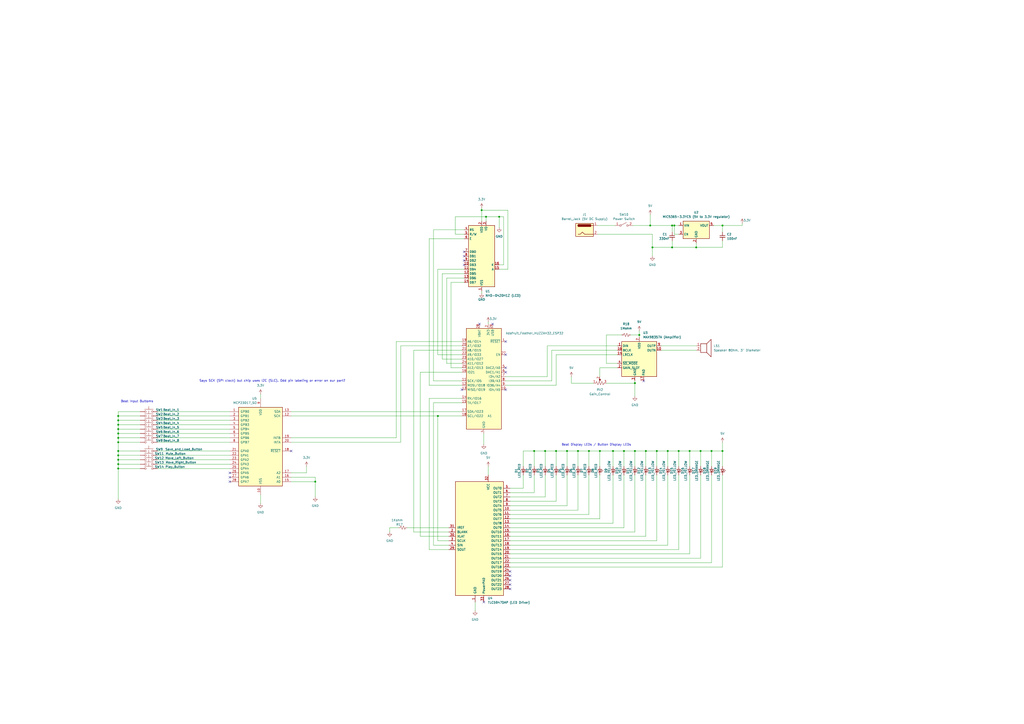
<source format=kicad_sch>
(kicad_sch (version 20250114) (generator "eeschema") (generator_version "9.0")
  (paper "A2")
  (title_block (title "CARL") (date "2025-11-5") (rev "2.5"))
  (lib_symbols
    (symbol "Audio:MAX98357A"
      (property "Reference" "U" (at -8.89 11.43 0))
      (property "Value" "MAX98357A" (at 10.16 11.43 0))
      (symbol "MAX98357A_1_1"
        (pin input line (at -12.7 7.62 0) (length 2.54) (name "DIN") (number "1"))
        (pin input line (at -12.7 5.08 0) (length 2.54) (name "BCLK") (number "16"))
        (pin input line (at -12.7 2.54 0) (length 2.54) (name "LRCLK") (number "14"))
        (pin input line (at -12.7 -2.54 0) (length 2.54) (name "~{SD_MODE}") (number "4"))
        (pin passive line (at -12.7 -5.08 0) (length 2.54) (name "GAIN_SLOT") (number "2"))
        (pin passive line (at -2.54 -12.7 90) (length 2.54) (hide yes) (name "GND") (number "11"))
        (pin passive line (at -2.54 -12.7 90) (length 2.54) (hide yes) (name "GND") (number "15"))
        (pin power_in line (at -2.54 -12.7 90) (length 2.54) (name "GND") (number "3"))
        (pin power_in line (at 0 12.7 270) (length 2.54) (name "VDD") (number "7"))
        (pin passive line (at 0 12.7 270) (length 2.54) (hide yes) (name "VDD") (number "8"))
        (pin unspecified line (at 2.54 -12.7 90) (length 2.54) (name "PAD") (number "17"))
        (pin no_connect line (at 10.16 2.54 180) (length 2.54) (hide yes) (name "NC") (number "5"))
        (pin no_connect line (at 10.16 0 180) (length 2.54) (hide yes) (name "NC") (number "6"))
        (pin no_connect line (at 10.16 -5.08 180) (length 2.54) (hide yes) (name "NC") (number "12"))
        (pin no_connect line (at 10.16 -7.62 180) (length 2.54) (hide yes) (name "NC") (number "13"))
        (pin output line (at 12.7 7.62 180) (length 2.54) (name "OUTP") (number "9"))
        (pin output line (at 12.7 5.08 180) (length 2.54) (name "OUTN") (number "10"))
      )
    )
    (symbol "Connector:Barrel_Jack" (pin_names (offset 1.016))
      (property "Reference" "J" (at 0 5.334 0))
      (property "Value" "Barrel_Jack" (at 0 -5.08 0))
      (symbol "Barrel_Jack_1_1"
        (pin passive line (at 7.62 2.54 180) (length 2.54) (name "~") (number "1"))
        (pin passive line (at 7.62 -2.54 180) (length 2.54) (name "~") (number "2"))
      )
    )
    (symbol "Device:C_Small" (pin_numbers (hide yes)) (pin_names (offset 0.254) (hide yes))
      (property "Reference" "C" (at 0.254 1.778 0))
      (property "Value" "C_Small" (at 0.254 -2.032 0))
      (symbol "C_Small_1_1"
        (pin passive line (at 0 2.54 270) (length 2.032) (name "~") (number "1"))
        (pin passive line (at 0 -2.54 90) (length 2.032) (name "~") (number "2"))
      )
    )
    (symbol "Device:LED_Small" (pin_numbers (hide yes)) (pin_names (offset 0.254) (hide yes))
      (property "Reference" "D" (at -1.27 3.175 0))
      (property "Value" "LED_Small" (at -4.445 -2.54 0))
      (symbol "LED_Small_1_1"
        (pin passive line (at -2.54 0 0) (length 1.778) (name "K") (number "1"))
        (pin passive line (at 2.54 0 180) (length 1.778) (name "A") (number "2"))
      )
    )
    (symbol "Device:R_Potentiometer_US" (pin_names (offset 1.016) (hide yes))
      (property "Reference" "RV" (at -4.445 0 90))
      (property "Value" "R_Potentiometer_US" (at -2.54 0 90))
      (symbol "R_Potentiometer_US_1_1"
        (pin passive line (at 0 3.81 270) (length 1.27) (name "1") (number "1"))
        (pin passive line (at 0 -3.81 90) (length 1.27) (name "3") (number "3"))
        (pin passive line (at 3.81 0 180) (length 1.27) (name "2") (number "2"))
      )
    )
    (symbol "Device:R_Small_US" (pin_numbers (hide yes)) (pin_names (offset 0.254) (hide yes))
      (property "Reference" "R" (at 0.762 0.508 0))
      (property "Value" "R_Small_US" (at 0.762 -1.016 0))
      (symbol "R_Small_US_1_1"
        (pin passive line (at 0 2.54 270) (length 1.016) (name "~") (number "1"))
        (pin passive line (at 0 -2.54 90) (length 1.016) (name "~") (number "2"))
      )
    )
    (symbol "Device:Speaker" (pin_names (offset 0) (hide yes))
      (property "Reference" "LS" (at 1.27 5.715 0))
      (property "Value" "Speaker" (at 1.27 3.81 0))
      (symbol "Speaker_1_1"
        (pin input line (at -5.08 0 0) (length 2.54) (name "1") (number "1"))
        (pin input line (at -5.08 -2.54 0) (length 2.54) (name "2") (number "2"))
      )
    )
    (symbol "Display_Character:NHD-0420H1Z"
      (property "Reference" "U" (at -6.35 19.05 0))
      (property "Value" "NHD-0420H1Z" (at 5.08 19.05 0))
      (symbol "NHD-0420H1Z_1_1"
        (pin input line (at -10.16 15.24 0) (length 2.54) (name "RS") (number "4"))
        (pin input line (at -10.16 12.7 0) (length 2.54) (name "R/W") (number "5"))
        (pin input line (at -10.16 10.16 0) (length 2.54) (name "E") (number "6"))
        (pin bidirectional line (at -10.16 2.54 0) (length 2.54) (name "DB0") (number "7"))
        (pin bidirectional line (at -10.16 0 0) (length 2.54) (name "DB1") (number "8"))
        (pin bidirectional line (at -10.16 -2.54 0) (length 2.54) (name "DB2") (number "9"))
        (pin bidirectional line (at -10.16 -5.08 0) (length 2.54) (name "DB3") (number "10"))
        (pin bidirectional line (at -10.16 -7.62 0) (length 2.54) (name "DB4") (number "11"))
        (pin bidirectional line (at -10.16 -10.16 0) (length 2.54) (name "DB5") (number "12"))
        (pin bidirectional line (at -10.16 -12.7 0) (length 2.54) (name "DB6") (number "13"))
        (pin bidirectional line (at -10.16 -15.24 0) (length 2.54) (name "DB7") (number "14"))
        (pin power_in line (at 0 20.32 270) (length 2.54) (name "VDD") (number "2"))
        (pin power_in line (at 0 -20.32 90) (length 2.54) (name "VSS") (number "1"))
        (pin power_in line (at 2.54 20.32 270) (length 2.54) (name "VO") (number "3"))
        (pin passive line (at 10.16 -5.08 180) (length 2.54) (name "K") (number "16"))
        (pin passive line (at 10.16 -7.62 180) (length 2.54) (name "A") (number "15"))
      )
    )
    (symbol "Driver_LED:TLC5947DAP" (pin_names (offset 1.016))
      (property "Reference" "U" (at -13.97 38.1 0))
      (property "Value" "TLC5947DAP" (at -13.97 35.56 0))
      (symbol "TLC5947DAP_0_1"
        (pin input line (at -17.78 7.62 0) (length 3.81) (name "IREF") (number "31"))
        (pin input line (at -17.78 5.08 0) (length 3.81) (name "BLANK") (number "2"))
        (pin input line (at -17.78 2.54 0) (length 3.81) (name "XLAT") (number "30"))
        (pin input line (at -17.78 0 0) (length 3.81) (name "SCLK") (number "3"))
        (pin input line (at -17.78 -2.54 0) (length 3.81) (name "SIN") (number "4"))
        (pin output line (at -17.78 -5.08 0) (length 3.81) (name "SOUT") (number "29"))
        (pin power_in line (at -2.54 -35.56 90) (length 3.81) (name "GND") (number "1"))
        (pin power_in line (at 2.54 -35.56 90) (length 3.81) (name "PowerPAD") (number "33"))
        (pin power_in line (at 5.08 38.1 270) (length 3.81) (name "VCC") (number "32"))
        (pin output line (at 17.78 30.48 180) (length 3.81) (name "OUT0") (number "5"))
        (pin output line (at 17.78 27.94 180) (length 3.81) (name "OUT1") (number "6"))
        (pin output line (at 17.78 25.4 180) (length 3.81) (name "OUT2") (number "7"))
        (pin output line (at 17.78 22.86 180) (length 3.81) (name "OUT3") (number "8"))
        (pin output line (at 17.78 20.32 180) (length 3.81) (name "OUT4") (number "9"))
        (pin output line (at 17.78 17.78 180) (length 3.81) (name "OUT5") (number "10"))
        (pin output line (at 17.78 15.24 180) (length 3.81) (name "OUT6") (number "11"))
        (pin output line (at 17.78 12.7 180) (length 3.81) (name "OUT7") (number "12"))
        (pin output line (at 17.78 10.16 180) (length 3.81) (name "OUT8") (number "13"))
        (pin output line (at 17.78 7.62 180) (length 3.81) (name "OUT9") (number "14"))
        (pin output line (at 17.78 5.08 180) (length 3.81) (name "OUT10") (number "15"))
        (pin output line (at 17.78 2.54 180) (length 3.81) (name "OUT11") (number "16"))
        (pin output line (at 17.78 0 180) (length 3.81) (name "OUT12") (number "17"))
        (pin output line (at 17.78 -2.54 180) (length 3.81) (name "OUT13") (number "18"))
        (pin output line (at 17.78 -5.08 180) (length 3.81) (name "OUT14") (number "19"))
        (pin output line (at 17.78 -7.62 180) (length 3.81) (name "OUT15") (number "20"))
        (pin output line (at 17.78 -10.16 180) (length 3.81) (name "OUT16") (number "21"))
        (pin output line (at 17.78 -12.7 180) (length 3.81) (name "OUT17") (number "22"))
        (pin output line (at 17.78 -15.24 180) (length 3.81) (name "OUT18") (number "23"))
        (pin output line (at 17.78 -17.78 180) (length 3.81) (name "OUT19") (number "24"))
        (pin output line (at 17.78 -20.32 180) (length 3.81) (name "OUT20") (number "25"))
        (pin output line (at 17.78 -22.86 180) (length 3.81) (name "OUT21") (number "26"))
        (pin output line (at 17.78 -25.4 180) (length 3.81) (name "OUT22") (number "27"))
        (pin output line (at 17.78 -27.94 180) (length 3.81) (name "OUT23") (number "28"))
      )
    )
    (symbol "Interface_Expansion:MCP23017_SO" (pin_names (offset 1.016))
      (property "Reference" "U" (at -11.43 24.13 0))
      (property "Value" "MCP23017_SO" (at 0 0 0))
      (symbol "MCP23017_SO_1_1"
        (pin bidirectional line (at -17.78 20.32 0) (length 5.08) (name "SDA") (number "13"))
        (pin input line (at -17.78 17.78 0) (length 5.08) (name "SCK") (number "12"))
        (pin tri_state line (at -17.78 5.08 0) (length 5.08) (name "INTB") (number "19"))
        (pin tri_state line (at -17.78 2.54 0) (length 5.08) (name "INTA") (number "20"))
        (pin input line (at -17.78 -2.54 0) (length 5.08) (name "~{RESET}") (number "18"))
        (pin input line (at -17.78 -15.24 0) (length 5.08) (name "A2") (number "17"))
        (pin input line (at -17.78 -17.78 0) (length 5.08) (name "A1") (number "16"))
        (pin input line (at -17.78 -20.32 0) (length 5.08) (name "A0") (number "15"))
        (pin no_connect line (at -12.7 15.24 0) (length 5.08) (hide yes) (name "NC") (number "11"))
        (pin no_connect line (at -12.7 12.7 0) (length 5.08) (hide yes) (name "NC") (number "14"))
        (pin power_in line (at 0 27.94 270) (length 5.08) (name "VDD") (number "9"))
        (pin power_in line (at 0 -27.94 90) (length 5.08) (name "VSS") (number "10"))
        (pin bidirectional line (at 17.78 20.32 180) (length 5.08) (name "GPB0") (number "1"))
        (pin bidirectional line (at 17.78 17.78 180) (length 5.08) (name "GPB1") (number "2"))
        (pin bidirectional line (at 17.78 15.24 180) (length 5.08) (name "GPB2") (number "3"))
        (pin bidirectional line (at 17.78 12.7 180) (length 5.08) (name "GPB3") (number "4"))
        (pin bidirectional line (at 17.78 10.16 180) (length 5.08) (name "GPB4") (number "5"))
        (pin bidirectional line (at 17.78 7.62 180) (length 5.08) (name "GPB5") (number "6"))
        (pin bidirectional line (at 17.78 5.08 180) (length 5.08) (name "GPB6") (number "7"))
        (pin output line (at 17.78 2.54 180) (length 5.08) (name "GPB7") (number "8"))
        (pin bidirectional line (at 17.78 -2.54 180) (length 5.08) (name "GPA0") (number "21"))
        (pin bidirectional line (at 17.78 -5.08 180) (length 5.08) (name "GPA1") (number "22"))
        (pin bidirectional line (at 17.78 -7.62 180) (length 5.08) (name "GPA2") (number "23"))
        (pin bidirectional line (at 17.78 -10.16 180) (length 5.08) (name "GPA3") (number "24"))
        (pin bidirectional line (at 17.78 -12.7 180) (length 5.08) (name "GPA4") (number "25"))
        (pin bidirectional line (at 17.78 -15.24 180) (length 5.08) (name "GPA5") (number "26"))
        (pin bidirectional line (at 17.78 -17.78 180) (length 5.08) (name "GPA6") (number "27"))
        (pin output line (at 17.78 -20.32 180) (length 5.08) (name "GPA7") (number "28"))
      )
    )
    (symbol "MCU_Module:Adafruit_Feather_HUZZAH32_ESP32"
      (property "Reference" "A" (at -10.16 29.21 0))
      (property "Value" "Adafruit_Feather_HUZZAH32_ESP32" (at 2.54 -31.75 0))
      (symbol "Adafruit_Feather_HUZZAH32_ESP32_1_1"
        (pin bidirectional line (at -12.7 20.32 0) (length 2.54) (name "A6/IO14") (number "19"))
        (pin bidirectional line (at -12.7 17.78 0) (length 2.54) (name "A7/IO32") (number "20"))
        (pin bidirectional line (at -12.7 15.24 0) (length 2.54) (name "A8/IO15") (number "21"))
        (pin bidirectional line (at -12.7 12.7 0) (length 2.54) (name "A9/IO33") (number "22"))
        (pin bidirectional line (at -12.7 10.16 0) (length 2.54) (name "A10/IO27") (number "23"))
        (pin bidirectional line (at -12.7 7.62 0) (length 2.54) (name "A11/IO12") (number "24"))
        (pin bidirectional line (at -12.7 5.08 0) (length 2.54) (name "A12/IO13") (number "25"))
        (pin bidirectional line (at -12.7 2.54 0) (length 2.54) (name "IO21") (number "16"))
        (pin bidirectional line (at -12.7 -2.54 0) (length 2.54) (name "SCK/IO5") (number "11"))
        (pin bidirectional line (at -12.7 -5.08 0) (length 2.54) (name "MOSI/IO18") (number "12"))
        (pin bidirectional line (at -12.7 -7.62 0) (length 2.54) (name "MISO/IO19") (number "13"))
        (pin bidirectional line (at -12.7 -12.7 0) (length 2.54) (name "RX/IO16") (number "14"))
        (pin bidirectional line (at -12.7 -15.24 0) (length 2.54) (name "TX/IO17") (number "15"))
        (pin bidirectional line (at -12.7 -20.32 0) (length 2.54) (name "SDA/IO23") (number "17"))
        (pin bidirectional line (at -12.7 -22.86 0) (length 2.54) (name "SCL/IO22") (number "18"))
        (pin power_in line (at -2.54 30.48 270) (length 2.54) (name "VBAT") (number "28"))
        (pin power_in line (at 0 -33.02 90) (length 2.54) (name "GND") (number "4"))
        (pin power_in line (at 2.54 30.48 270) (length 2.54) (name "3V3") (number "2"))
        (pin power_in line (at 5.08 30.48 270) (length 2.54) (name "USB") (number "26"))
        (pin no_connect line (at 10.16 10.16 180) (length 2.54) (hide yes) (name "NC") (number "3"))
        (pin input line (at 12.7 20.32 180) (length 2.54) (name "~{RESET}") (number "1"))
        (pin input line (at 12.7 12.7 180) (length 2.54) (name "EN") (number "27"))
        (pin bidirectional line (at 12.7 5.08 180) (length 2.54) (name "DAC2/A0") (number "5"))
        (pin bidirectional line (at 12.7 2.54 180) (length 2.54) (name "DAC1/A1") (number "6"))
        (pin bidirectional line (at 12.7 0 180) (length 2.54) (name "I34/A2") (number "7"))
        (pin bidirectional line (at 12.7 -2.54 180) (length 2.54) (name "I39/A3") (number "8"))
        (pin bidirectional line (at 12.7 -5.08 180) (length 2.54) (name "IO36/A4") (number "9"))
        (pin bidirectional line (at 12.7 -7.62 180) (length 2.54) (name "IO4/A5") (number "10"))
      )
    )
    (symbol "Regulator_Linear:MIC5365-3.3YC5"
      (property "Reference" "U" (at -6.35 6.35 0))
      (property "Value" "MIC5365-3.3YC5" (at 0 6.35 0))
      (symbol "MIC5365-3.3YC5_1_1"
        (pin power_in line (at -10.16 2.54 0) (length 2.54) (name "VIN") (number "1"))
        (pin input line (at -10.16 -2.54 0) (length 2.54) (name "EN") (number "3"))
        (pin power_in line (at 0 -7.62 90) (length 2.54) (name "GND") (number "2"))
        (pin no_connect line (at 7.62 -2.54 180) (length 2.54) (hide yes) (name "NC") (number "4"))
        (pin power_out line (at 10.16 2.54 180) (length 2.54) (name "VOUT") (number "5"))
      )
    )
    (symbol "Switch:SW_Push" (pin_numbers (hide yes)) (pin_names (offset 1.016) (hide yes))
      (property "Reference" "SW" (at 1.27 2.54 0))
      (property "Value" "SW_Push" (at 0 -1.524 0))
      (symbol "SW_Push_0_1"
        (pin passive line (at -5.08 0 0) (length 2.54) (name "1") (number "1"))
        (pin passive line (at 5.08 0 180) (length 2.54) (name "2") (number "2"))
      )
    )
    (symbol "Switch:SW_SPST" (pin_names (offset 0) (hide yes))
      (property "Reference" "SW" (at 0 3.175 0))
      (property "Value" "SW_SPST" (at 0 -2.54 0))
      (symbol "SW_SPST_1_1"
        (pin passive line (at -5.08 0 0) (length 2.54) (name "A") (number "1"))
        (pin passive line (at 5.08 0 180) (length 2.54) (name "B") (number "2"))
      )
    )
    (symbol "power:GND" (power) (pin_numbers (hide yes)) (pin_names (offset 0) (hide yes))
      (property "Value" "GND" (at 0 -3.81 0))
      (symbol "GND_1_1"
        (pin power_in line (at 0 0 270) (length 0) (name "~") (number "1"))
      )
    )
    (symbol "power:VCC" (power) (pin_numbers (hide yes)) (pin_names (offset 0) (hide yes))
      (property "Value" "VCC" (at 0 3.556 0))
      (symbol "VCC_1_1"
        (pin power_in line (at 0 0 90) (length 0) (name "~") (number "1"))
      )
    )
  )
  (text "Says SCK (SPI clock) but chip uses I2C (SLC). Odd pin labeling or error on our part?" (at 157.988 220.98 0) (effects (font (size 1.27 1.27))))
  (text "Beat Input Buttoms" (at 79.502 232.918 0) (effects (font (size 1.27 1.27))))
  (text "Beat Display LEDs / Button Display LEDs" (at 345.948 258.064 0) (effects (font (size 1.27 1.27))))
  (junction (at 316.23 261.62))
  (junction (at 68.58 254))
  (junction (at 377.19 130.81))
  (junction (at 393.7 261.62))
  (junction (at 68.58 246.38))
  (junction (at 381 261.62))
  (junction (at 68.58 269.24))
  (junction (at 391.16 130.81))
  (junction (at 406.4 261.62))
  (junction (at 378.46 143.51))
  (junction (at 400.05 261.62))
  (junction (at 322.58 261.62))
  (junction (at 347.98 261.62))
  (junction (at 412.75 261.62))
  (junction (at 374.65 261.62))
  (junction (at 355.6 261.62))
  (junction (at 68.58 251.46))
  (junction (at 68.58 261.62))
  (junction (at 368.3 222.25))
  (junction (at 182.88 279.4))
  (junction (at 68.58 248.92))
  (junction (at 68.58 266.7))
  (junction (at 68.58 256.54))
  (junction (at 68.58 243.84))
  (junction (at 389.89 143.51))
  (junction (at 419.1 130.81))
  (junction (at 389.89 130.81))
  (junction (at 68.58 271.78))
  (junction (at 328.93 261.62))
  (junction (at 403.86 143.51))
  (junction (at 279.4 121.92))
  (junction (at 370.84 194.31))
  (junction (at 368.3 261.62))
  (junction (at 289.56 125.73))
  (junction (at 281.94 125.73))
  (junction (at 341.63 261.62))
  (junction (at 309.88 261.62))
  (junction (at 68.58 264.16))
  (junction (at 254 241.3))
  (junction (at 361.95 261.62))
  (junction (at 387.35 261.62))
  (junction (at 335.28 261.62))
  (junction (at 419.1 261.62))
  (junction (at 68.58 241.3))
  (no_connect (at 295.91 331.47))
  (no_connect (at 269.24 153.67))
  (no_connect (at 133.35 276.86))
  (no_connect (at 293.37 226.06))
  (no_connect (at 269.24 151.13))
  (no_connect (at 293.37 213.36))
  (no_connect (at 168.91 261.62))
  (no_connect (at 293.37 205.74))
  (no_connect (at 280.67 349.25))
  (no_connect (at 293.37 215.9))
  (no_connect (at 295.91 339.09))
  (no_connect (at 295.91 341.63))
  (no_connect (at 293.37 198.12))
  (no_connect (at 278.13 187.96))
  (no_connect (at 133.35 279.4))
  (no_connect (at 295.91 336.55))
  (no_connect (at 295.91 334.01))
  (no_connect (at 269.24 146.05))
  (no_connect (at 373.38 220.98))
  (no_connect (at 269.24 148.59))
  (no_connect (at 267.97 226.06))
  (no_connect (at 133.35 274.32))
  (no_connect (at 285.75 187.96))
  (wire (pts (xy 341.63 261.62) (xy 347.98 261.62)))
  (wire (pts (xy 261.62 163.83) (xy 261.62 213.36)))
  (wire (pts (xy 361.95 306.07) (xy 361.95 275.59)))
  (wire (pts (xy 377.19 130.81) (xy 389.89 130.81)))
  (wire (pts (xy 412.75 275.59) (xy 412.75 326.39)))
  (wire (pts (xy 68.58 266.7) (xy 81.28 266.7)))
  (wire (pts (xy 393.7 261.62) (xy 393.7 270.51)))
  (wire (pts (xy 68.58 271.78) (xy 68.58 289.56)))
  (wire (pts (xy 68.58 241.3) (xy 68.58 243.84)))
  (wire (pts (xy 168.91 241.3) (xy 254 241.3)))
  (wire (pts (xy 168.91 254) (xy 229.87 254)))
  (wire (pts (xy 91.44 271.78) (xy 133.35 271.78)))
  (wire (pts (xy 391.16 130.81) (xy 393.7 130.81)))
  (wire (pts (xy 295.91 300.99) (xy 347.98 300.99)))
  (wire (pts (xy 91.44 246.38) (xy 133.35 246.38)))
  (wire (pts (xy 293.37 220.98) (xy 320.04 220.98)))
  (wire (pts (xy 289.56 156.21) (xy 294.64 156.21)))
  (wire (pts (xy 91.44 238.76) (xy 133.35 238.76)))
  (wire (pts (xy 341.63 298.45) (xy 341.63 275.59)))
  (wire (pts (xy 389.89 143.51) (xy 403.86 143.51)))
  (wire (pts (xy 295.91 308.61) (xy 368.3 308.61)))
  (wire (pts (xy 269.24 133.35) (xy 251.46 133.35)))
  (wire (pts (xy 387.35 261.62) (xy 381 261.62)))
  (wire (pts (xy 295.91 293.37) (xy 328.93 293.37)))
  (wire (pts (xy 403.86 143.51) (xy 419.1 143.51)))
  (wire (pts (xy 316.23 288.29) (xy 316.23 275.59)))
  (wire (pts (xy 368.3 222.25) (xy 368.3 229.87)))
  (wire (pts (xy 335.28 261.62) (xy 341.63 261.62)))
  (wire (pts (xy 248.92 138.43) (xy 269.24 138.43)))
  (wire (pts (xy 182.88 279.4) (xy 182.88 288.29)))
  (wire (pts (xy 303.53 261.62) (xy 303.53 270.51)))
  (wire (pts (xy 91.44 248.92) (xy 133.35 248.92)))
  (wire (pts (xy 182.88 276.86) (xy 182.88 279.4)))
  (wire (pts (xy 393.7 318.77) (xy 393.7 275.59)))
  (wire (pts (xy 68.58 238.76) (xy 81.28 238.76)))
  (wire (pts (xy 236.22 306.07) (xy 260.35 306.07)))
  (wire (pts (xy 403.86 140.97) (xy 403.86 143.51)))
  (wire (pts (xy 367.03 130.81) (xy 377.19 130.81)))
  (wire (pts (xy 331.47 222.25) (xy 344.17 222.25)))
  (wire (pts (xy 293.37 218.44) (xy 317.5 218.44)))
  (wire (pts (xy 347.98 261.62) (xy 355.6 261.62)))
  (wire (pts (xy 267.97 223.52) (xy 248.92 223.52)))
  (wire (pts (xy 254 205.74) (xy 254 156.21)))
  (wire (pts (xy 68.58 248.92) (xy 81.28 248.92)))
  (wire (pts (xy 400.05 261.62) (xy 393.7 261.62)))
  (wire (pts (xy 412.75 261.62) (xy 406.4 261.62)))
  (wire (pts (xy 264.16 125.73) (xy 281.94 125.73)))
  (wire (pts (xy 361.95 261.62) (xy 361.95 270.51)))
  (wire (pts (xy 378.46 143.51) (xy 378.46 148.59)))
  (wire (pts (xy 231.14 306.07) (xy 226.06 306.07)))
  (wire (pts (xy 267.97 215.9) (xy 243.84 215.9)))
  (wire (pts (xy 370.84 194.31) (xy 370.84 195.58)))
  (wire (pts (xy 254 241.3) (xy 267.97 241.3)))
  (wire (pts (xy 248.92 231.14) (xy 248.92 318.77)))
  (wire (pts (xy 295.91 298.45) (xy 341.63 298.45)))
  (wire (pts (xy 295.91 285.75) (xy 309.88 285.75)))
  (wire (pts (xy 377.19 124.46) (xy 377.19 130.81)))
  (wire (pts (xy 68.58 238.76) (xy 68.58 241.3)))
  (wire (pts (xy 275.59 349.25) (xy 275.59 354.33)))
  (wire (pts (xy 294.64 156.21) (xy 294.64 121.92)))
  (wire (pts (xy 267.97 220.98) (xy 251.46 220.98)))
  (wire (pts (xy 240.03 203.2) (xy 240.03 308.61)))
  (wire (pts (xy 68.58 256.54) (xy 68.58 261.62)))
  (wire (pts (xy 374.65 261.62) (xy 368.3 261.62)))
  (wire (pts (xy 294.64 121.92) (xy 279.4 121.92)))
  (wire (pts (xy 419.1 130.81) (xy 430.53 130.81)))
  (wire (pts (xy 295.91 290.83) (xy 322.58 290.83)))
  (wire (pts (xy 412.75 261.62) (xy 412.75 270.51)))
  (wire (pts (xy 358.14 210.82) (xy 351.79 210.82)))
  (wire (pts (xy 295.91 328.93) (xy 419.1 328.93)))
  (wire (pts (xy 368.3 220.98) (xy 368.3 222.25)))
  (wire (pts (xy 368.3 261.62) (xy 368.3 270.51)))
  (wire (pts (xy 68.58 264.16) (xy 81.28 264.16)))
  (wire (pts (xy 281.94 125.73) (xy 289.56 125.73)))
  (wire (pts (xy 68.58 266.7) (xy 68.58 269.24)))
  (wire (pts (xy 293.37 223.52) (xy 322.58 223.52)))
  (wire (pts (xy 400.05 321.31) (xy 400.05 275.59)))
  (wire (pts (xy 269.24 135.89) (xy 264.16 135.89)))
  (wire (pts (xy 328.93 261.62) (xy 335.28 261.62)))
  (wire (pts (xy 283.21 186.69) (xy 283.21 187.96)))
  (wire (pts (xy 316.23 261.62) (xy 322.58 261.62)))
  (wire (pts (xy 322.58 205.74) (xy 358.14 205.74)))
  (wire (pts (xy 295.91 321.31) (xy 400.05 321.31)))
  (wire (pts (xy 381 313.69) (xy 381 275.59)))
  (wire (pts (xy 406.4 261.62) (xy 400.05 261.62)))
  (wire (pts (xy 91.44 243.84) (xy 133.35 243.84)))
  (wire (pts (xy 289.56 153.67) (xy 292.1 153.67)))
  (wire (pts (xy 68.58 256.54) (xy 81.28 256.54)))
  (wire (pts (xy 68.58 246.38) (xy 81.28 246.38)))
  (wire (pts (xy 279.4 170.18) (xy 279.4 168.91)))
  (wire (pts (xy 261.62 163.83) (xy 269.24 163.83)))
  (wire (pts (xy 68.58 269.24) (xy 81.28 269.24)))
  (wire (pts (xy 280.67 257.81) (xy 280.67 251.46)))
  (wire (pts (xy 168.91 279.4) (xy 182.88 279.4)))
  (wire (pts (xy 151.13 228.6) (xy 151.13 231.14)))
  (wire (pts (xy 68.58 248.92) (xy 68.58 251.46)))
  (wire (pts (xy 68.58 264.16) (xy 68.58 266.7)))
  (wire (pts (xy 383.54 200.66) (xy 403.86 200.66)))
  (wire (pts (xy 381 261.62) (xy 381 270.51)))
  (wire (pts (xy 322.58 290.83) (xy 322.58 275.59)))
  (wire (pts (xy 419.1 328.93) (xy 419.1 275.59)))
  (wire (pts (xy 68.58 254) (xy 81.28 254)))
  (wire (pts (xy 331.47 218.44) (xy 331.47 222.25)))
  (wire (pts (xy 243.84 215.9) (xy 243.84 311.15)))
  (wire (pts (xy 414.02 130.81) (xy 419.1 130.81)))
  (wire (pts (xy 251.46 233.68) (xy 267.97 233.68)))
  (wire (pts (xy 309.88 261.62) (xy 309.88 270.51)))
  (wire (pts (xy 322.58 261.62) (xy 328.93 261.62)))
  (wire (pts (xy 383.54 203.2) (xy 403.86 203.2)))
  (wire (pts (xy 68.58 269.24) (xy 68.58 271.78)))
  (wire (pts (xy 248.92 223.52) (xy 248.92 138.43)))
  (wire (pts (xy 370.84 191.77) (xy 370.84 194.31)))
  (wire (pts (xy 267.97 208.28) (xy 256.54 208.28)))
  (wire (pts (xy 289.56 125.73) (xy 289.56 132.08)))
  (wire (pts (xy 292.1 153.67) (xy 292.1 125.73)))
  (wire (pts (xy 68.58 241.3) (xy 81.28 241.3)))
  (wire (pts (xy 374.65 311.15) (xy 374.65 275.59)))
  (wire (pts (xy 240.03 308.61) (xy 260.35 308.61)))
  (wire (pts (xy 91.44 269.24) (xy 133.35 269.24)))
  (wire (pts (xy 259.08 161.29) (xy 269.24 161.29)))
  (wire (pts (xy 389.89 130.81) (xy 391.16 130.81)))
  (wire (pts (xy 256.54 158.75) (xy 269.24 158.75)))
  (wire (pts (xy 256.54 208.28) (xy 256.54 158.75)))
  (wire (pts (xy 328.93 261.62) (xy 328.93 270.51)))
  (wire (pts (xy 279.4 121.92) (xy 279.4 128.27)))
  (wire (pts (xy 168.91 238.76) (xy 267.97 238.76)))
  (wire (pts (xy 389.89 143.51) (xy 378.46 143.51)))
  (wire (pts (xy 295.91 288.29) (xy 316.23 288.29)))
  (wire (pts (xy 68.58 261.62) (xy 81.28 261.62)))
  (wire (pts (xy 309.88 285.75) (xy 309.88 275.59)))
  (wire (pts (xy 229.87 198.12) (xy 267.97 198.12)))
  (wire (pts (xy 322.58 223.52) (xy 322.58 205.74)))
  (wire (pts (xy 328.93 293.37) (xy 328.93 275.59)))
  (wire (pts (xy 347.98 218.44) (xy 347.98 213.36)))
  (wire (pts (xy 419.1 130.81) (xy 419.1 134.62)))
  (wire (pts (xy 229.87 254) (xy 229.87 198.12)))
  (wire (pts (xy 68.58 254) (xy 68.58 256.54)))
  (wire (pts (xy 68.58 251.46) (xy 68.58 254)))
  (wire (pts (xy 346.71 135.89) (xy 378.46 135.89)))
  (wire (pts (xy 309.88 261.62) (xy 316.23 261.62)))
  (wire (pts (xy 295.91 283.21) (xy 303.53 283.21)))
  (wire (pts (xy 232.41 200.66) (xy 267.97 200.66)))
  (wire (pts (xy 406.4 261.62) (xy 406.4 270.51)))
  (wire (pts (xy 264.16 135.89) (xy 264.16 125.73)))
  (wire (pts (xy 320.04 220.98) (xy 320.04 203.2)))
  (wire (pts (xy 251.46 316.23) (xy 260.35 316.23)))
  (wire (pts (xy 68.58 243.84) (xy 68.58 246.38)))
  (wire (pts (xy 254 241.3) (xy 254 313.69)))
  (wire (pts (xy 361.95 261.62) (xy 355.6 261.62)))
  (wire (pts (xy 295.91 313.69) (xy 381 313.69)))
  (wire (pts (xy 351.79 222.25) (xy 368.3 222.25)))
  (wire (pts (xy 267.97 205.74) (xy 254 205.74)))
  (wire (pts (xy 351.79 194.31) (xy 360.68 194.31)))
  (wire (pts (xy 289.56 125.73) (xy 292.1 125.73)))
  (wire (pts (xy 430.53 129.54) (xy 430.53 130.81)))
  (wire (pts (xy 248.92 318.77) (xy 260.35 318.77)))
  (wire (pts (xy 317.5 200.66) (xy 358.14 200.66)))
  (wire (pts (xy 374.65 261.62) (xy 374.65 270.51)))
  (wire (pts (xy 68.58 251.46) (xy 81.28 251.46)))
  (wire (pts (xy 295.91 316.23) (xy 387.35 316.23)))
  (wire (pts (xy 317.5 218.44) (xy 317.5 200.66)))
  (wire (pts (xy 391.16 130.81) (xy 391.16 135.89)))
  (wire (pts (xy 355.6 261.62) (xy 355.6 270.51)))
  (wire (pts (xy 412.75 326.39) (xy 295.91 326.39)))
  (wire (pts (xy 243.84 311.15) (xy 260.35 311.15)))
  (wire (pts (xy 341.63 261.62) (xy 341.63 270.51)))
  (wire (pts (xy 351.79 210.82) (xy 351.79 194.31)))
  (wire (pts (xy 91.44 266.7) (xy 133.35 266.7)))
  (wire (pts (xy 259.08 161.29) (xy 259.08 210.82)))
  (wire (pts (xy 393.7 135.89) (xy 391.16 135.89)))
  (wire (pts (xy 267.97 210.82) (xy 259.08 210.82)))
  (wire (pts (xy 378.46 135.89) (xy 378.46 143.51)))
  (wire (pts (xy 355.6 303.53) (xy 355.6 275.59)))
  (wire (pts (xy 68.58 261.62) (xy 68.58 264.16)))
  (wire (pts (xy 389.89 139.7) (xy 389.89 143.51)))
  (wire (pts (xy 232.41 256.54) (xy 232.41 200.66)))
  (wire (pts (xy 322.58 261.62) (xy 322.58 270.51)))
  (wire (pts (xy 368.3 308.61) (xy 368.3 275.59)))
  (wire (pts (xy 347.98 300.99) (xy 347.98 275.59)))
  (wire (pts (xy 281.94 128.27) (xy 281.94 125.73)))
  (wire (pts (xy 316.23 261.62) (xy 316.23 270.51)))
  (wire (pts (xy 419.1 256.54) (xy 419.1 261.62)))
  (wire (pts (xy 151.13 287.02) (xy 151.13 292.1)))
  (wire (pts (xy 347.98 213.36) (xy 358.14 213.36)))
  (wire (pts (xy 261.62 213.36) (xy 267.97 213.36)))
  (wire (pts (xy 295.91 311.15) (xy 374.65 311.15)))
  (wire (pts (xy 406.4 323.85) (xy 406.4 275.59)))
  (wire (pts (xy 254 156.21) (xy 269.24 156.21)))
  (wire (pts (xy 248.92 231.14) (xy 267.97 231.14)))
  (wire (pts (xy 387.35 316.23) (xy 387.35 275.59)))
  (wire (pts (xy 295.91 303.53) (xy 355.6 303.53)))
  (wire (pts (xy 254 313.69) (xy 260.35 313.69)))
  (wire (pts (xy 91.44 254) (xy 133.35 254)))
  (wire (pts (xy 335.28 295.91) (xy 335.28 275.59)))
  (wire (pts (xy 381 261.62) (xy 374.65 261.62)))
  (wire (pts (xy 91.44 256.54) (xy 133.35 256.54)))
  (wire (pts (xy 226.06 306.07) (xy 226.06 308.61)))
  (wire (pts (xy 303.53 261.62) (xy 309.88 261.62)))
  (wire (pts (xy 368.3 261.62) (xy 361.95 261.62)))
  (wire (pts (xy 419.1 261.62) (xy 419.1 270.51)))
  (wire (pts (xy 251.46 233.68) (xy 251.46 316.23)))
  (wire (pts (xy 91.44 241.3) (xy 133.35 241.3)))
  (wire (pts (xy 177.8 274.32) (xy 177.8 270.51)))
  (wire (pts (xy 68.58 246.38) (xy 68.58 248.92)))
  (wire (pts (xy 400.05 261.62) (xy 400.05 270.51)))
  (wire (pts (xy 393.7 261.62) (xy 387.35 261.62)))
  (wire (pts (xy 295.91 323.85) (xy 406.4 323.85)))
  (wire (pts (xy 295.91 295.91) (xy 335.28 295.91)))
  (wire (pts (xy 91.44 251.46) (xy 133.35 251.46)))
  (wire (pts (xy 68.58 243.84) (xy 81.28 243.84)))
  (wire (pts (xy 419.1 139.7) (xy 419.1 143.51)))
  (wire (pts (xy 279.4 120.65) (xy 279.4 121.92)))
  (wire (pts (xy 365.76 194.31) (xy 370.84 194.31)))
  (wire (pts (xy 168.91 276.86) (xy 182.88 276.86)))
  (wire (pts (xy 387.35 261.62) (xy 387.35 270.51)))
  (wire (pts (xy 91.44 261.62) (xy 133.35 261.62)))
  (wire (pts (xy 347.98 261.62) (xy 347.98 270.51)))
  (wire (pts (xy 68.58 271.78) (xy 81.28 271.78)))
  (wire (pts (xy 295.91 318.77) (xy 393.7 318.77)))
  (wire (pts (xy 346.71 130.81) (xy 356.87 130.81)))
  (wire (pts (xy 320.04 203.2) (xy 358.14 203.2)))
  (wire (pts (xy 303.53 283.21) (xy 303.53 275.59)))
  (wire (pts (xy 419.1 261.62) (xy 412.75 261.62)))
  (wire (pts (xy 168.91 274.32) (xy 177.8 274.32)))
  (wire (pts (xy 283.21 270.51) (xy 283.21 275.59)))
  (wire (pts (xy 267.97 203.2) (xy 240.03 203.2)))
  (wire (pts (xy 251.46 220.98) (xy 251.46 133.35)))
  (wire (pts (xy 91.44 264.16) (xy 133.35 264.16)))
  (wire (pts (xy 335.28 261.62) (xy 335.28 270.51)))
  (wire (pts (xy 295.91 306.07) (xy 361.95 306.07)))
  (wire (pts (xy 389.89 130.81) (xy 389.89 134.62)))
  (wire (pts (xy 168.91 256.54) (xy 232.41 256.54)))
  (symbol (lib_id "Device:LED_Small") (at 419.1 273.05 270) (mirror x) (unit 1)
    (property "Reference" "D19" (at 415.036 273.05 0))
    (property "Value" "LED_ORANGE" (at 416.814 273.05 0))
    (property "Footprint" "LED_SMD:LED_0805_2012Metric" (effects (hide yes)))
    (property "Description" "Light emitting diode, small symbol" (effects (hide yes)))
    (property "Sim.Pin" "1=K 2=A" (effects (hide yes)))
  )
  (symbol (lib_id "Device:LED_Small") (at 381 273.05 270) (mirror x) (unit 1)
    (property "Reference" "D13" (at 376.936 273.05 0))
    (property "Value" "LED_YELLOW" (at 378.714 273.05 0))
    (property "Footprint" "LED_SMD:LED_0805_2012Metric" (effects (hide yes)))
    (property "Description" "Light emitting diode, small symbol" (effects (hide yes)))
    (property "Sim.Pin" "1=K 2=A" (effects (hide yes)))
  )
  (symbol (lib_id "power:GND") (at 279.4 170.18 0) (unit 1)
    (property "Reference" "#PWR04" (effects (hide yes)))
    (property "Value" "GND" (at 279.4 173.736 0))
    (property "Description" "Power symbol creates a global label with name \"GND\" , ground" (effects (hide yes)))
  )
  (symbol (lib_id "Audio:MAX98357A") (at 370.84 208.28 0) (unit 1)
    (property "Reference" "U3" (at 372.9833 193.04 0) (effects (justify left)))
    (property "Value" "MAX98357A (Amplifier)" (at 372.9833 195.58 0) (effects (justify left)))
    (property "Footprint" "Package_DFN_QFN:TQFN-16-1EP_3x3mm_P0.5mm_EP1.23x1.23mm" (effects (hide yes)))
    (property "Datasheet" "https://www.analog.com/media/en/technical-documentation/data-sheets/MAX98357A-MAX98357B.pdf" (effects (hide yes)))
    (property "Description" "Mono DAC with amplifier, I2S, PCM, TDM, 32-bit, 96khz, 3.2W, TQFP-16" (effects (hide yes)))
  )
  (symbol (lib_id "Switch:SW_Push") (at 86.36 256.54 0) (unit 1)
    (property "Reference" "SW8" (at 92.456 255.524 0))
    (property "Value" "Beat_In_8" (at 99.314 255.524 0))
    (property "Footprint" "Button_Switch_Keyboard:SW_Cherry_MX_1.00u_PCB" (effects (hide yes)))
    (property "Description" "Push button switch, generic, two pins" (effects (hide yes)))
  )
  (symbol (lib_id "Switch:SW_Push") (at 86.36 269.24 0) (unit 1)
    (property "Reference" "SW13" (at 92.456 268.224 0))
    (property "Value" "Move_Right_Button" (at 104.902 268.224 0))
    (property "Footprint" "Button_Switch_Keyboard:SW_Cherry_MX_1.00u_PCB" (effects (hide yes)))
    (property "Description" "Push button switch, generic, two pins" (effects (hide yes)))
  )
  (symbol (lib_id "Device:R_Potentiometer_US") (at 347.98 222.25 90) (unit 1)
    (property "Reference" "RV2" (at 347.98 226.06 90))
    (property "Value" "Gain_Control" (at 347.98 228.6 90))
    (property "Footprint" "Potentiometer_THT:Potentiometer_Bourns_3009Y_Horizontal" (effects (hide yes)))
    (property "Description" "Potentiometer, US symbol" (effects (hide yes)))
  )
  (symbol (lib_id "MCU_Module:Adafruit_Feather_HUZZAH32_ESP32") (at 280.67 218.44 0) (unit 1)
    (property "Reference" "A1" (at 282.8133 241.3 0) (effects (justify left)))
    (property "Value" "Adafruit_Feather_HUZZAH32_ESP32" (at 293.37 193.294 0) (effects (justify left)))
    (property "Footprint" "Module:Adafruit_Feather" (effects (hide yes)))
    (property "Datasheet" "https://cdn-learn.adafruit.com/downloads/pdf/adafruit-huzzah32-esp32-feather.pdf" (effects (hide yes)))
    (property "Description" "Microcontroller module with ESP32 MCU" (effects (hide yes)))
  )
  (symbol (lib_id "power:VCC") (at 419.1 256.54 0) (unit 1)
    (property "Reference" "#PWR09" (effects (hide yes)))
    (property "Value" "5V" (at 419.1 251.46 0))
    (property "Description" "Power symbol creates a global label with name \"VCC\"" (effects (hide yes)))
  )
  (symbol (lib_id "power:VCC") (at 283.21 270.51 0) (unit 1)
    (property "Reference" "#PWR010" (effects (hide yes)))
    (property "Value" "5V" (at 283.21 265.43 0))
    (property "Description" "Power symbol creates a global label with name \"VCC\"" (effects (hide yes)))
  )
  (symbol (lib_id "power:VCC") (at 279.4 120.65 0) (unit 1)
    (property "Reference" "#PWR03" (effects (hide yes)))
    (property "Value" "3.3V" (at 279.4 115.57 0))
    (property "Description" "Power symbol creates a global label with name \"VCC\"" (effects (hide yes)))
  )
  (symbol (lib_id "Regulator_Linear:MIC5365-3.3YC5") (at 403.86 133.35 0) (unit 1)
    (property "Reference" "U2" (at 403.86 123.19 0))
    (property "Value" "MIC5365-3.3YC5 (5V to 3.3V regulator)" (at 403.86 125.73 0))
    (property "Footprint" "Package_TO_SOT_SMD:SOT-353_SC-70-5" (effects (hide yes)))
    (property "Datasheet" "https://ww1.microchip.com/downloads/aemDocuments/documents/APID/ProductDocuments/DataSheets/MIC5365-6-High-Performance-Single-150mA-LDO-DS20006605A.pdf" (effects (hide yes)))
    (property "Description" "150mA Low-dropout Voltage Regulator, Vout 3.3V, Vin up to 5.5V, SC-70-5" (effects (hide yes)))
  )
  (symbol (lib_id "power:GND") (at 182.88 288.29 0) (unit 1)
    (property "Reference" "#PWR016" (effects (hide yes)))
    (property "Value" "GND" (at 182.88 293.37 0))
    (property "Description" "Power symbol creates a global label with name \"GND\" , ground" (effects (hide yes)))
  )
  (symbol (lib_id "Interface_Expansion:MCP23017_SO") (at 151.13 259.08 0) (mirror y) (unit 1)
    (property "Reference" "U5" (at 148.9867 231.14 0) (effects (justify left)))
    (property "Value" "MCP23017_SO" (at 148.9867 233.68 0) (effects (justify left)))
    (property "Footprint" "Package_SO:SOIC-28W_7.5x17.9mm_P1.27mm" (effects (hide yes)))
    (property "Datasheet" "https://ww1.microchip.com/downloads/aemDocuments/documents/APID/ProductDocuments/DataSheets/MCP23017-Data-Sheet-DS20001952.pdf" (effects (hide yes)))
    (property "Description" "16-bit I/O expander, I2C, interrupts, w pull-ups, GPA/B7 output only (https://microchip.my.site.com/s/article/GPA7---GPB7-Cannot-Be-Used-as-Inputs-In-MCP23017),  SOIC-28" (effects (hide yes)))
  )
  (symbol (lib_id "Device:LED_Small") (at 322.58 273.05 270) (mirror x) (unit 1)
    (property "Reference" "D4" (at 318.516 273.05 0))
    (property "Value" "LED_RED" (at 320.294 273.05 0))
    (property "Footprint" "LED_SMD:LED_0805_2012Metric" (effects (hide yes)))
    (property "Description" "Light emitting diode, small symbol" (effects (hide yes)))
    (property "Sim.Pin" "1=K 2=A" (effects (hide yes)))
  )
  (symbol (lib_id "power:GND") (at 280.67 257.81 0) (unit 1)
    (property "Reference" "#PWR05" (effects (hide yes)))
    (property "Value" "GND" (at 280.67 262.89 0))
    (property "Description" "Power symbol creates a global label with name \"GND\" , ground" (effects (hide yes)))
  )
  (symbol (lib_id "Device:LED_Small") (at 387.35 273.05 270) (mirror x) (unit 1)
    (property "Reference" "D14" (at 383.286 273.05 0))
    (property "Value" "LED_YELLOW" (at 385.064 273.05 0))
    (property "Footprint" "LED_SMD:LED_0805_2012Metric" (effects (hide yes)))
    (property "Description" "Light emitting diode, small symbol" (effects (hide yes)))
    (property "Sim.Pin" "1=K 2=A" (effects (hide yes)))
  )
  (symbol (lib_id "Switch:SW_Push") (at 86.36 243.84 0) (unit 1)
    (property "Reference" "SW3" (at 92.456 242.824 0))
    (property "Value" "Beat_In_3" (at 99.314 242.824 0))
    (property "Footprint" "Button_Switch_Keyboard:SW_Cherry_MX_1.00u_PCB" (effects (hide yes)))
    (property "Description" "Push button switch, generic, two pins" (effects (hide yes)))
  )
  (symbol (lib_id "Device:C_Small") (at 419.1 137.16 0) (unit 1)
    (property "Reference" "C2" (at 421.64 135.8962 0) (effects (justify left)))
    (property "Value" "100nF" (at 421.64 138.4362 0) (effects (justify left)))
    (property "Footprint" "Capacitor_SMD:C_0805_2012Metric" (effects (hide yes)))
    (property "Description" "Unpolarized capacitor, small symbol" (effects (hide yes)))
  )
  (symbol (lib_id "power:GND") (at 151.13 292.1 0) (unit 1)
    (property "Reference" "#PWR019" (effects (hide yes)))
    (property "Value" "GND" (at 151.13 297.18 0))
    (property "Description" "Power symbol creates a global label with name \"GND\" , ground" (effects (hide yes)))
  )
  (symbol (lib_id "Switch:SW_Push") (at 86.36 251.46 0) (unit 1)
    (property "Reference" "SW6" (at 92.456 250.444 0))
    (property "Value" "Beat_In_6" (at 99.314 250.444 0))
    (property "Footprint" "Button_Switch_Keyboard:SW_Cherry_MX_1.00u_PCB" (effects (hide yes)))
    (property "Description" "Push button switch, generic, two pins" (effects (hide yes)))
  )
  (symbol (lib_id "Device:LED_Small") (at 335.28 273.05 270) (mirror x) (unit 1)
    (property "Reference" "D6" (at 331.216 273.05 0))
    (property "Value" "LED_RED" (at 332.994 273.05 0))
    (property "Footprint" "LED_SMD:LED_0805_2012Metric" (effects (hide yes)))
    (property "Description" "Light emitting diode, small symbol" (effects (hide yes)))
    (property "Sim.Pin" "1=K 2=A" (effects (hide yes)))
  )
  (symbol (lib_id "Connector:Barrel_Jack") (at 339.09 133.35 0) (unit 1)
    (property "Reference" "J1" (at 339.09 124.46 0))
    (property "Value" "Barrel_Jack (5V DC Supply)" (at 339.09 127 0))
    (property "Footprint" "Connector_BarrelJack:BarrelJack_CUI_PJ-036AH-SMT_Horizontal" (effects (hide yes)))
    (property "Description" "DC Barrel Jack" (effects (hide yes)))
  )
  (symbol (lib_id "Switch:SW_Push") (at 86.36 266.7 0) (unit 1)
    (property "Reference" "SW12" (at 92.456 265.684 0))
    (property "Value" "Move_Left_Button" (at 104.14 265.684 0))
    (property "Footprint" "Button_Switch_Keyboard:SW_Cherry_MX_1.00u_PCB" (effects (hide yes)))
    (property "Description" "Push button switch, generic, two pins" (effects (hide yes)))
  )
  (symbol (lib_id "Switch:SW_Push") (at 86.36 238.76 0) (unit 1)
    (property "Reference" "SW1" (at 92.456 237.744 0))
    (property "Value" "Beat_In_1" (at 99.314 237.744 0))
    (property "Footprint" "Button_Switch_Keyboard:SW_Cherry_MX_1.00u_PCB" (effects (hide yes)))
    (property "Description" "Push button switch, generic, two pins" (effects (hide yes)))
  )
  (symbol (lib_id "Device:LED_Small") (at 393.7 273.05 270) (mirror x) (unit 1)
    (property "Reference" "D15" (at 389.636 273.05 0))
    (property "Value" "LED_YELLOW" (at 391.414 273.05 0))
    (property "Footprint" "LED_SMD:LED_0805_2012Metric" (effects (hide yes)))
    (property "Description" "Light emitting diode, small symbol" (effects (hide yes)))
    (property "Sim.Pin" "1=K 2=A" (effects (hide yes)))
  )
  (symbol (lib_id "power:VCC") (at 151.13 228.6 0) (unit 1)
    (property "Reference" "#PWR017" (effects (hide yes)))
    (property "Value" "3.3V" (at 151.13 223.52 0))
    (property "Description" "Power symbol creates a global label with name \"VCC\"" (effects (hide yes)))
  )
  (symbol (lib_id "power:GND") (at 226.06 308.61 0) (unit 1)
    (property "Reference" "#PWR012" (effects (hide yes)))
    (property "Value" "GND" (at 226.06 313.69 0))
    (property "Description" "Power symbol creates a global label with name \"GND\" , ground" (effects (hide yes)))
  )
  (symbol (lib_id "Switch:SW_Push") (at 86.36 241.3 0) (unit 1)
    (property "Reference" "SW2" (at 92.456 240.284 0))
    (property "Value" "Beat_In_2" (at 99.314 240.284 0))
    (property "Footprint" "Button_Switch_Keyboard:SW_Cherry_MX_1.00u_PCB" (effects (hide yes)))
    (property "Description" "Push button switch, generic, two pins" (effects (hide yes)))
  )
  (symbol (lib_id "power:GND") (at 289.56 132.08 0) (unit 1)
    (property "Reference" "#PWR08" (effects (hide yes)))
    (property "Value" "GND" (at 289.56 137.16 0))
    (property "Description" "Power symbol creates a global label with name \"GND\" , ground" (effects (hide yes)))
  )
  (symbol (lib_id "Device:LED_Small") (at 328.93 273.05 270) (mirror x) (unit 1)
    (property "Reference" "D5" (at 324.866 273.05 0))
    (property "Value" "LED_RED" (at 326.644 273.05 0))
    (property "Footprint" "LED_SMD:LED_0805_2012Metric" (effects (hide yes)))
    (property "Description" "Light emitting diode, small symbol" (effects (hide yes)))
    (property "Sim.Pin" "1=K 2=A" (effects (hide yes)))
  )
  (symbol (lib_id "Device:LED_Small") (at 361.95 273.05 270) (mirror x) (unit 1)
    (property "Reference" "D10" (at 357.886 273.05 0))
    (property "Value" "LED_YELLOW" (at 359.664 273.05 0))
    (property "Footprint" "LED_SMD:LED_0805_2012Metric" (effects (hide yes)))
    (property "Description" "Light emitting diode, small symbol" (effects (hide yes)))
    (property "Sim.Pin" "1=K 2=A" (effects (hide yes)))
  )
  (symbol (lib_id "Display_Character:NHD-0420H1Z") (at 279.4 148.59 0) (unit 1)
    (property "Reference" "U1" (at 281.5433 168.91 0) (effects (justify left)))
    (property "Value" "NHD-0420H1Z (LCD)" (at 281.5433 171.45 0) (effects (justify left)))
    (property "Footprint" "Display:NHD-0420H1Z" (effects (hide yes)))
    (property "Datasheet" "http://www.newhavendisplay.com/specs/NHD-0420H1Z-FSW-GBW-33V3.pdf" (effects (hide yes)))
    (property "Description" "LCD 20x4 Alphanumeric 16pin Blue/White/Green Backlight, 8bit parallel, 3.3V VDD" (effects (hide yes)))
  )
  (symbol (lib_id "Switch:SW_Push") (at 86.36 254 0) (unit 1)
    (property "Reference" "SW7" (at 92.456 252.984 0))
    (property "Value" "Beat_In_7" (at 99.314 252.984 0))
    (property "Footprint" "Button_Switch_Keyboard:SW_Cherry_MX_1.00u_PCB" (effects (hide yes)))
    (property "Description" "Push button switch, generic, two pins" (effects (hide yes)))
  )
  (symbol (lib_id "Device:R_Small_US") (at 363.22 194.31 90) (unit 1)
    (property "Reference" "R18" (at 363.22 187.96 90))
    (property "Value" "1Mohm" (at 363.22 190.5 90))
    (property "Footprint" "Resistor_SMD:R_0805_2012Metric" (effects (hide yes)))
    (property "Description" "Resistor, small US symbol" (effects (hide yes)))
  )
  (symbol (lib_id "Device:LED_Small") (at 355.6 273.05 270) (mirror x) (unit 1)
    (property "Reference" "D9" (at 351.536 273.05 0))
    (property "Value" "LED_YELLOW" (at 353.314 273.05 0))
    (property "Footprint" "LED_SMD:LED_0805_2012Metric" (effects (hide yes)))
    (property "Description" "Light emitting diode, small symbol" (effects (hide yes)))
    (property "Sim.Pin" "1=K 2=A" (effects (hide yes)))
  )
  (symbol (lib_id "Device:LED_Small") (at 303.53 273.05 270) (mirror x) (unit 1)
    (property "Reference" "D1" (at 299.466 273.05 0))
    (property "Value" "LED_RED" (at 301.244 273.05 0))
    (property "Footprint" "LED_SMD:LED_0805_2012Metric" (effects (hide yes)))
    (property "Description" "Light emitting diode, small symbol" (effects (hide yes)))
    (property "Sim.Pin" "1=K 2=A" (effects (hide yes)))
  )
  (symbol (lib_id "Device:LED_Small") (at 368.3 273.05 270) (mirror x) (unit 1)
    (property "Reference" "D11" (at 364.236 273.05 0))
    (property "Value" "LED_YELLOW" (at 366.014 273.05 0))
    (property "Footprint" "LED_SMD:LED_0805_2012Metric" (effects (hide yes)))
    (property "Description" "Light emitting diode, small symbol" (effects (hide yes)))
    (property "Sim.Pin" "1=K 2=A" (effects (hide yes)))
  )
  (symbol (lib_id "power:VCC") (at 177.8 270.51 0) (unit 1)
    (property "Reference" "#PWR018" (effects (hide yes)))
    (property "Value" "3.3V" (at 177.8 265.43 0))
    (property "Description" "Power symbol creates a global label with name \"VCC\"" (effects (hide yes)))
  )
  (symbol (lib_id "Device:LED_Small") (at 374.65 273.05 270) (mirror x) (unit 1)
    (property "Reference" "D12" (at 370.586 273.05 0))
    (property "Value" "LED_YELLOW" (at 372.364 273.05 0))
    (property "Footprint" "LED_SMD:LED_0805_2012Metric" (effects (hide yes)))
    (property "Description" "Light emitting diode, small symbol" (effects (hide yes)))
    (property "Sim.Pin" "1=K 2=A" (effects (hide yes)))
  )
  (symbol (lib_id "power:VCC") (at 331.47 218.44 0) (unit 1)
    (property "Reference" "#PWR014" (effects (hide yes)))
    (property "Value" "5V" (at 331.47 213.36 0))
    (property "Description" "Power symbol creates a global label with name \"VCC\"" (effects (hide yes)))
  )
  (symbol (lib_id "Device:LED_Small") (at 347.98 273.05 270) (mirror x) (unit 1)
    (property "Reference" "D8" (at 343.916 273.05 0))
    (property "Value" "LED_RED" (at 345.694 273.05 0))
    (property "Footprint" "LED_SMD:LED_0805_2012Metric" (effects (hide yes)))
    (property "Description" "Light emitting diode, small symbol" (effects (hide yes)))
    (property "Sim.Pin" "1=K 2=A" (effects (hide yes)))
  )
  (symbol (lib_id "Switch:SW_SPST") (at 361.95 130.81 0) (unit 1)
    (property "Reference" "SW10" (at 361.95 124.46 0))
    (property "Value" "Power Switch" (at 361.95 127 0))
    (property "Footprint" "Button_Switch_Keyboard:SW_Cherry_MX_1.00u_PCB" (effects (hide yes)))
    (property "Description" "Single Pole Single Throw (SPST) switch" (effects (hide yes)))
  )
  (symbol (lib_id "power:VCC") (at 370.84 191.77 0) (unit 1)
    (property "Reference" "#PWR013" (effects (hide yes)))
    (property "Value" "5V" (at 370.84 186.69 0))
    (property "Description" "Power symbol creates a global label with name \"VCC\"" (effects (hide yes)))
  )
  (symbol (lib_id "Switch:SW_Push") (at 86.36 264.16 0) (unit 1)
    (property "Reference" "SW11" (at 92.456 263.144 0))
    (property "Value" "Mute_Button" (at 101.854 263.144 0))
    (property "Footprint" "Button_Switch_Keyboard:SW_Cherry_MX_1.00u_PCB" (effects (hide yes)))
    (property "Description" "Push button switch, generic, two pins" (effects (hide yes)))
  )
  (symbol (lib_id "Switch:SW_Push") (at 86.36 248.92 0) (unit 1)
    (property "Reference" "SW5" (at 92.456 247.904 0))
    (property "Value" "Beat_In_5" (at 99.314 247.904 0))
    (property "Footprint" "Button_Switch_Keyboard:SW_Cherry_MX_1.00u_PCB" (effects (hide yes)))
    (property "Description" "Push button switch, generic, two pins" (effects (hide yes)))
  )
  (symbol (lib_id "Device:LED_Small") (at 400.05 273.05 270) (mirror x) (unit 1)
    (property "Reference" "D16" (at 395.986 273.05 0))
    (property "Value" "LED_YELLOW" (at 397.764 273.05 0))
    (property "Footprint" "LED_SMD:LED_0805_2012Metric" (effects (hide yes)))
    (property "Description" "Light emitting diode, small symbol" (effects (hide yes)))
    (property "Sim.Pin" "1=K 2=A" (effects (hide yes)))
  )
  (symbol (lib_id "Device:LED_Small") (at 406.4 273.05 270) (mirror x) (unit 1)
    (property "Reference" "D17" (at 402.336 273.05 0))
    (property "Value" "LED_ORANGE" (at 404.114 273.05 0))
    (property "Footprint" "LED_SMD:LED_0805_2012Metric" (effects (hide yes)))
    (property "Description" "Light emitting diode, small symbol" (effects (hide yes)))
    (property "Sim.Pin" "1=K 2=A" (effects (hide yes)))
  )
  (symbol (lib_id "power:VCC") (at 283.21 186.69 0) (unit 1)
    (property "Reference" "#PWR06" (effects (hide yes)))
    (property "Value" "3.3V" (at 286.004 184.912 0))
    (property "Description" "Power symbol creates a global label with name \"VCC\"" (effects (hide yes)))
  )
  (symbol (lib_id "power:GND") (at 275.59 354.33 0) (unit 1)
    (property "Reference" "#PWR011" (effects (hide yes)))
    (property "Value" "GND" (at 275.59 359.41 0))
    (property "Description" "Power symbol creates a global label with name \"GND\" , ground" (effects (hide yes)))
  )
  (symbol (lib_id "Device:C_Small") (at 389.89 137.16 0) (unit 1)
    (property "Reference" "C1" (at 384.302 135.89 0) (effects (justify left)))
    (property "Value" "330nF" (at 382.27 138.43 0) (effects (justify left)))
    (property "Footprint" "Capacitor_SMD:C_0805_2012Metric" (effects (hide yes)))
    (property "Description" "Unpolarized capacitor, small symbol" (effects (hide yes)))
  )
  (symbol (lib_id "power:GND") (at 378.46 148.59 0) (unit 1)
    (property "Reference" "#PWR02" (effects (hide yes)))
    (property "Value" "GND" (at 378.46 153.67 0))
    (property "Description" "Power symbol creates a global label with name \"GND\" , ground" (effects (hide yes)))
  )
  (symbol (lib_id "power:GND") (at 368.3 229.87 0) (unit 1)
    (property "Reference" "#PWR07" (effects (hide yes)))
    (property "Value" "GND" (at 368.3 234.95 0))
    (property "Description" "Power symbol creates a global label with name \"GND\" , ground" (effects (hide yes)))
  )
  (symbol (lib_id "Switch:SW_Push") (at 86.36 271.78 0) (unit 1)
    (property "Reference" "SW14" (at 92.456 270.764 0))
    (property "Value" "Play_Button" (at 101.6 270.764 0))
    (property "Footprint" "Button_Switch_Keyboard:SW_Cherry_MX_1.00u_PCB" (effects (hide yes)))
    (property "Description" "Push button switch, generic, two pins" (effects (hide yes)))
  )
  (symbol (lib_id "Switch:SW_Push") (at 86.36 261.62 0) (unit 1)
    (property "Reference" "SW9" (at 92.456 260.604 0))
    (property "Value" "Save_and_Load_Button" (at 106.68 260.604 0))
    (property "Footprint" "Button_Switch_Keyboard:SW_Cherry_MX_1.00u_PCB" (effects (hide yes)))
    (property "Description" "Push button switch, generic, two pins" (effects (hide yes)))
  )
  (symbol (lib_id "Device:LED_Small") (at 341.63 273.05 270) (mirror x) (unit 1)
    (property "Reference" "D7" (at 337.566 273.05 0))
    (property "Value" "LED_RED" (at 339.344 273.05 0))
    (property "Footprint" "LED_SMD:LED_0805_2012Metric" (effects (hide yes)))
    (property "Description" "Light emitting diode, small symbol" (effects (hide yes)))
    (property "Sim.Pin" "1=K 2=A" (effects (hide yes)))
  )
  (symbol (lib_id "Switch:SW_Push") (at 86.36 246.38 0) (unit 1)
    (property "Reference" "SW4" (at 92.456 245.364 0))
    (property "Value" "Beat_In_4" (at 99.314 245.364 0))
    (property "Footprint" "Button_Switch_Keyboard:SW_Cherry_MX_1.00u_PCB" (effects (hide yes)))
    (property "Description" "Push button switch, generic, two pins" (effects (hide yes)))
  )
  (symbol (lib_id "Device:LED_Small") (at 316.23 273.05 270) (mirror x) (unit 1)
    (property "Reference" "D3" (at 312.166 273.05 0))
    (property "Value" "LED_RED" (at 313.944 273.05 0))
    (property "Footprint" "LED_SMD:LED_0805_2012Metric" (effects (hide yes)))
    (property "Description" "Light emitting diode, small symbol" (effects (hide yes)))
    (property "Sim.Pin" "1=K 2=A" (effects (hide yes)))
  )
  (symbol (lib_id "Device:Speaker") (at 408.94 200.66 0) (unit 1)
    (property "Reference" "LS1" (at 414.02 200.6599 0) (effects (justify left)))
    (property "Value" "Speaker 8Ohm, 3\" Diameter" (at 414.02 203.1999 0) (effects (justify left)))
    (property "Footprint" "Buzzer_Beeper:Speaker_CUI_CMR-1206S-67" (effects (hide yes)))
    (property "Description" "Speaker" (effects (hide yes)))
  )
  (symbol (lib_id "Device:LED_Small") (at 309.88 273.05 270) (mirror x) (unit 1)
    (property "Reference" "D2" (at 305.816 273.05 0))
    (property "Value" "LED_RED" (at 307.594 273.05 0))
    (property "Footprint" "LED_SMD:LED_0805_2012Metric" (effects (hide yes)))
    (property "Description" "Light emitting diode, small symbol" (effects (hide yes)))
    (property "Sim.Pin" "1=K 2=A" (effects (hide yes)))
  )
  (symbol (lib_id "power:GND") (at 68.58 289.56 0) (unit 1)
    (property "Reference" "#PWR015" (effects (hide yes)))
    (property "Value" "GND" (at 68.58 294.64 0))
    (property "Description" "Power symbol creates a global label with name \"GND\" , ground" (effects (hide yes)))
  )
  (symbol (lib_id "power:VCC") (at 377.19 124.46 0) (unit 1)
    (property "Reference" "#PWR01" (effects (hide yes)))
    (property "Value" "5V" (at 377.19 119.38 0))
    (property "Description" "Power symbol creates a global label with name \"VCC\"" (effects (hide yes)))
  )
  (symbol (lib_id "Device:R_Small_US") (at 233.68 306.07 90) (unit 1)
    (property "Reference" "R17" (at 233.68 304.292 90) (effects (justify left)))
    (property "Value" "1Kohm" (at 233.68 301.752 90) (effects (justify left)))
    (property "Footprint" "Resistor_SMD:R_0805_2012Metric" (effects (hide yes)))
    (property "Description" "Resistor, small US symbol" (effects (hide yes)))
  )
  (symbol (lib_id "Driver_LED:TLC5947DAP") (at 278.13 313.69 0) (unit 1)
    (property "Reference" "U4" (at 282.956 346.964 0) (effects (justify left)))
    (property "Value" "TLC5947DAP (LED Driver)" (at 282.956 349.504 0) (effects (justify left)))
    (property "Footprint" "Package_SO:HTSSOP-32-1EP_6.1x11mm_P0.65mm_EP5.2x11mm_Mask4.11x4.36mm_ThermalVias" (effects (hide yes)))
    (property "Datasheet" "http://www.ti.com/lit/ds/symlink/tlc5947.pdf" (effects (hide yes)))
    (property "Description" "24-Channel, 12-Bit PWM LED Driver, HTSSOP" (effects (hide yes)))
  )
  (symbol (lib_id "Device:LED_Small") (at 412.75 273.05 270) (mirror x) (unit 1)
    (property "Reference" "D18" (at 408.686 273.05 0))
    (property "Value" "LED_ORANGE" (at 410.464 273.05 0))
    (property "Footprint" "LED_SMD:LED_0805_2012Metric" (effects (hide yes)))
    (property "Description" "Light emitting diode, small symbol" (effects (hide yes)))
    (property "Sim.Pin" "1=K 2=A" (effects (hide yes)))
  )
  (symbol (lib_id "power:VCC") (at 430.53 129.54 0) (unit 1)
    (property "Reference" "#PWR025" (effects (hide yes)))
    (property "Value" "3.3V" (at 433.324 127.762 0))
    (property "Description" "Power symbol creates a global label with name \"VCC\"" (effects (hide yes)))
  )
)
</source>
